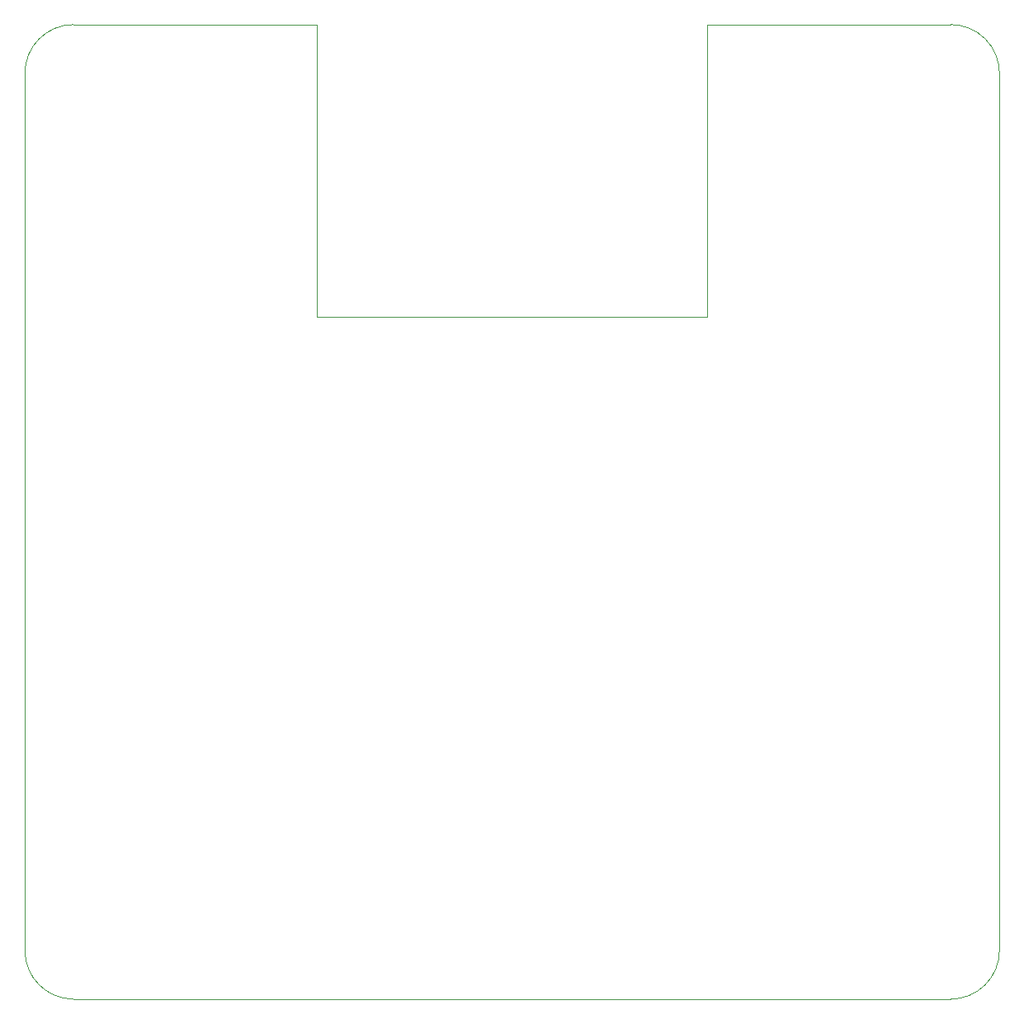
<source format=gbr>
%TF.GenerationSoftware,KiCad,Pcbnew,(7.0.0)*%
%TF.CreationDate,2023-04-14T09:52:48+02:00*%
%TF.ProjectId,EEE3088,45454533-3038-4382-9e6b-696361645f70,Rev_0*%
%TF.SameCoordinates,Original*%
%TF.FileFunction,Profile,NP*%
%FSLAX46Y46*%
G04 Gerber Fmt 4.6, Leading zero omitted, Abs format (unit mm)*
G04 Created by KiCad (PCBNEW (7.0.0)) date 2023-04-14 09:52:48*
%MOMM*%
%LPD*%
G01*
G04 APERTURE LIST*
%TA.AperFunction,Profile*%
%ADD10C,0.100000*%
%TD*%
G04 APERTURE END LIST*
D10*
X150000000Y-145000000D02*
X150000000Y-55000000D01*
X55000000Y-50000000D02*
G75*
G03*
X50000000Y-55000000I0J-5000000D01*
G01*
X55000000Y-150000000D02*
X145000000Y-150000000D01*
X120000000Y-80000000D02*
X120000000Y-50000000D01*
X150000000Y-55000000D02*
G75*
G03*
X145000000Y-50000000I-5000000J0D01*
G01*
X80000000Y-50000000D02*
X80000000Y-80000000D01*
X50000000Y-55000000D02*
X50000000Y-145000000D01*
X50000000Y-145000000D02*
G75*
G03*
X55000000Y-150000000I5000000J0D01*
G01*
X145000000Y-150000000D02*
G75*
G03*
X150000000Y-145000000I0J5000000D01*
G01*
X55000000Y-50000000D02*
X80000000Y-50000000D01*
X80000000Y-80000000D02*
X120000000Y-80000000D01*
X120000000Y-50000000D02*
X145000000Y-50000000D01*
M02*

</source>
